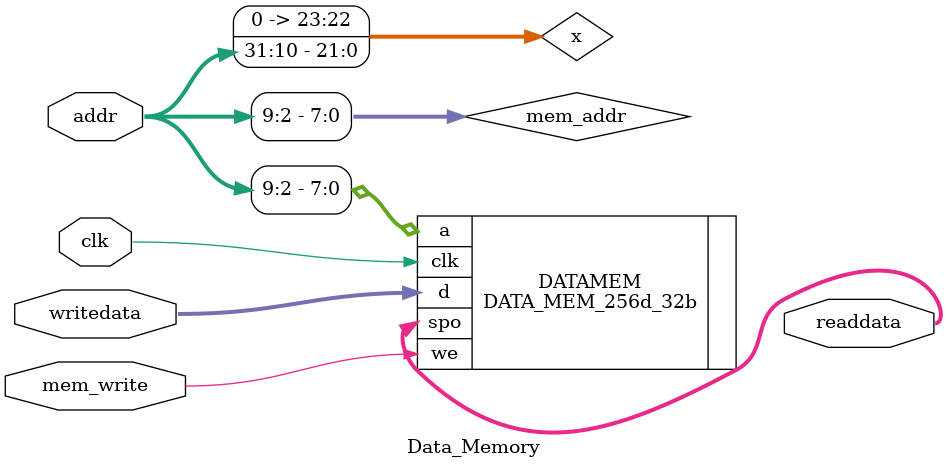
<source format=v>
`timescale 1ns / 1ps


module Data_Memory(
    input clk,
    input [31:0] addr,
    input [31:0] writedata,
    //input mem_read,
    input mem_write,
    output [31:0] readdata
    );
    
    wire [7:0] mem_addr;
    wire [23:0] x;
    assign {x,mem_addr} = (addr>>2);
    DATA_MEM_256d_32b DATAMEM ( .a(mem_addr), .d(writedata), .we(mem_write), .clk(clk), .spo(readdata));
    
endmodule

</source>
